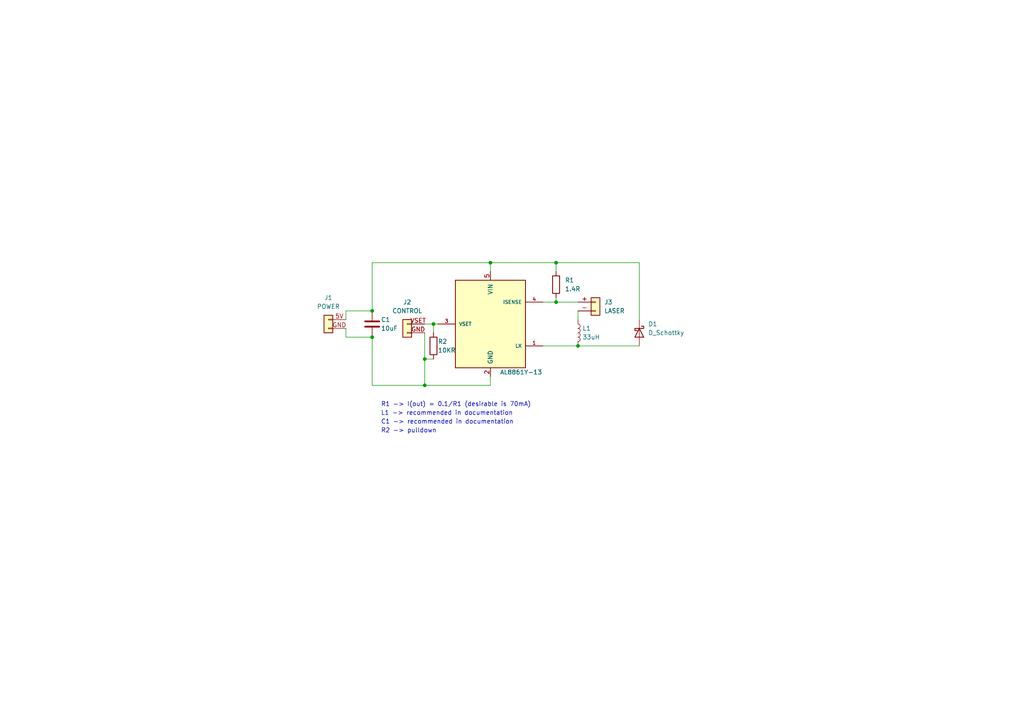
<source format=kicad_sch>
(kicad_sch (version 20211123) (generator eeschema)
  (paper "A4")
  (lib_symbols
    (symbol "AL8861Y-13:AL8861Y-13" (pin_names (offset 1.016))
      (property "Reference" "U0" (at 8.89 17.78 0))
      (property "Value" "AL8861Y-13" (at 8.89 15.24 0))
      (symbol "AL8861Y-13_0_0"
        (rectangle (start -10.16 -12.7) (end 10.16 12.7) (stroke (width 0.254)) (fill (type background)))
        (pin passive line (at 15.24 -6.35 180) (length 5.08) (name "LX") (number "1"))
        (pin input line (at -15.24 0 0) (length 5.08) (name "VSET") (number "3"))
        (pin passive line (at 15.24 6.35 180) (length 5.08) (name "ISENSE") (number "4"))
      )
      (symbol "AL8861Y-13_1_1"
        (pin input line (at 0 -15.24 90) (length 2.54) (name "GND") (number "2"))
        (pin input line (at 0 15.24 270) (length 2.54) (name "VIN") (number "5"))
      )
    )
    (symbol "Conn_01x02_1" (pin_names (offset 1.016) hide)
      (property "Reference" "J1" (at 2.54 0.0001 0))
      (property "Value" "Conn_01x02_1" (at 2.54 -2.5399 0))
      (symbol "Conn_01x02_1_1_1"
        (rectangle (start -1.27 -2.413) (end 0 -2.667) (stroke (width 0.1524)))
        (rectangle (start -1.27 0.127) (end 0 -0.127) (stroke (width 0.1524)))
        (rectangle (start -1.27 1.27) (end 1.27 -3.81) (stroke (width 0.254)) (fill (type background)))
        (pin passive line (at -5.08 0 0) (length 3.81) (name "VCC") (number "5V"))
        (pin passive line (at -5.08 -2.54 0) (length 3.81) (name "GND") (number "GND"))
      )
    )
    (symbol "Conn_01x02_2" (pin_names (offset 1.016) hide)
      (property "Reference" "J?" (at 0 6.35 0))
      (property "Value" "Conn_01x02" (at 0 3.81 0))
      (symbol "Conn_01x02_2_1_1"
        (rectangle (start -1.27 -2.413) (end 0 -2.667) (stroke (width 0.1524)))
        (rectangle (start -1.27 0.127) (end 0 -0.127) (stroke (width 0.1524)))
        (rectangle (start -1.27 1.27) (end 1.27 -3.81) (stroke (width 0.254)) (fill (type background)))
        (pin passive line (at -5.08 -2.54 0) (length 3.81) (name "GND") (number "GND"))
        (pin passive line (at -5.08 0 0) (length 3.81) (name "VSET") (number "VSET"))
      )
    )
    (symbol "Connector_Generic:Conn_01x02" (pin_names (offset 1.016) hide)
      (property "Reference" "J3" (at 2.54 0.0001 0))
      (property "Value" "LASER" (at 2.54 -2.5399 0))
      (symbol "Conn_01x02_1_1"
        (rectangle (start -1.27 -2.413) (end 0 -2.667) (stroke (width 0.1524)))
        (rectangle (start -1.27 0.127) (end 0 -0.127) (stroke (width 0.1524)))
        (rectangle (start -1.27 1.27) (end 1.27 -3.81) (stroke (width 0.254)) (fill (type background)))
        (pin passive line (at -5.08 0 0) (length 3.81) (name "LASER+") (number "+"))
        (pin passive line (at -5.08 -2.54 0) (length 3.81) (name "LASER-") (number "-"))
      )
    )
    (symbol "Device:C" (pin_numbers hide) (pin_names (offset 0.254))
      (property "Reference" "C" (at 0.635 2.54 0))
      (property "Value" "C" (at 0.635 -2.54 0))
      (symbol "C_0_1"
        (polyline (pts (xy -2.032 -0.762) (xy 2.032 -0.762)) (stroke (width 0.508)))
        (polyline (pts (xy -2.032 0.762) (xy 2.032 0.762)) (stroke (width 0.508)))
      )
      (symbol "C_1_1"
        (pin passive line (at 0 3.81 270) (length 2.794) (name "~") (number "1"))
        (pin passive line (at 0 -3.81 90) (length 2.794) (name "~") (number "2"))
      )
    )
    (symbol "Device:D_Schottky" (pin_numbers hide) (pin_names (offset 1.016) hide)
      (property "Reference" "D" (at 0 2.54 0))
      (property "Value" "D_Schottky" (at 0 -2.54 0))
      (symbol "D_Schottky_0_1"
        (polyline (pts (xy 1.27 0) (xy -1.27 0)))
        (polyline (pts (xy 1.27 1.27) (xy 1.27 -1.27) (xy -1.27 0) (xy 1.27 1.27)) (stroke (width 0.254)))
        (polyline (pts (xy -1.905 0.635) (xy -1.905 1.27) (xy -1.27 1.27) (xy -1.27 -1.27) (xy -0.635 -1.27) (xy -0.635 -0.635)) (stroke (width 0.254)))
      )
      (symbol "D_Schottky_1_1"
        (pin passive line (at -3.81 0 0) (length 2.54) (name "K") (number "1"))
        (pin passive line (at 3.81 0 180) (length 2.54) (name "A") (number "2"))
      )
    )
    (symbol "Device:L" (pin_numbers hide) (pin_names (offset 1.016) hide)
      (property "Reference" "L" (at -1.27 0 90))
      (property "Value" "L" (at 1.905 0 90))
      (symbol "L_0_1"
        (arc (start 0 -2.54) (mid 0.635 -1.905) (end 0 -1.27))
        (arc (start 0 -1.27) (mid 0.635 -0.635) (end 0 0))
        (arc (start 0 0) (mid 0.635 0.635) (end 0 1.27))
        (arc (start 0 1.27) (mid 0.635 1.905) (end 0 2.54))
      )
      (symbol "L_1_1"
        (pin passive line (at 0 3.81 270) (length 1.27) (name "1") (number "1"))
        (pin passive line (at 0 -3.81 90) (length 1.27) (name "2") (number "2"))
      )
    )
    (symbol "Device:R" (pin_numbers hide) (pin_names (offset 0))
      (property "Reference" "R" (at 2.032 0 90))
      (property "Value" "R" (at 0 0 90))
      (symbol "R_0_1"
        (rectangle (start -1.016 -2.54) (end 1.016 2.54) (stroke (width 0.254)))
      )
      (symbol "R_1_1"
        (pin passive line (at 0 3.81 270) (length 1.27) (name "~") (number "1"))
        (pin passive line (at 0 -3.81 90) (length 1.27) (name "~") (number "2"))
      )
    )
  )
  (junction (at 107.95 90.17))
  (junction (at 161.29 76.2))
  (junction (at 107.95 97.79))
  (junction (at 142.24 76.2))
  (junction (at 125.73 93.98))
  (junction (at 167.64 100.33))
  (junction (at 123.19 104.14))
  (junction (at 123.19 111.76))
  (junction (at 161.29 87.63))
  (wire (pts (xy 100.33 92.71) (xy 100.33 90.17)))
  (wire (pts (xy 167.64 90.17) (xy 167.64 92.71)))
  (wire (pts (xy 185.42 92.71) (xy 185.42 76.2)))
  (wire (pts (xy 157.48 100.33) (xy 167.64 100.33)))
  (wire (pts (xy 123.19 104.14) (xy 125.73 104.14)))
  (wire (pts (xy 100.33 90.17) (xy 107.95 90.17)))
  (wire (pts (xy 107.95 76.2) (xy 142.24 76.2)))
  (wire (pts (xy 161.29 76.2) (xy 161.29 78.74)))
  (wire (pts (xy 107.95 97.79) (xy 107.95 111.76)))
  (wire (pts (xy 167.64 100.33) (xy 185.42 100.33)))
  (wire (pts (xy 161.29 87.63) (xy 167.64 87.63)))
  (wire (pts (xy 161.29 87.63) (xy 161.29 86.36)))
  (wire (pts (xy 125.73 93.98) (xy 127 93.98)))
  (wire (pts (xy 185.42 76.2) (xy 161.29 76.2)))
  (wire (pts (xy 142.24 111.76) (xy 142.24 109.22)))
  (wire (pts (xy 123.19 111.76) (xy 142.24 111.76)))
  (wire (pts (xy 142.24 76.2) (xy 161.29 76.2)))
  (wire (pts (xy 142.24 76.2) (xy 142.24 78.74)))
  (wire (pts (xy 123.19 96.52) (xy 123.19 104.14)))
  (wire (pts (xy 123.19 104.14) (xy 123.19 111.76)))
  (wire (pts (xy 123.19 93.98) (xy 125.73 93.98)))
  (wire (pts (xy 107.95 90.17) (xy 107.95 76.2)))
  (wire (pts (xy 125.73 93.98) (xy 125.73 96.52)))
  (wire (pts (xy 100.33 95.25) (xy 100.33 97.79)))
  (wire (pts (xy 157.48 87.63) (xy 161.29 87.63)))
  (wire (pts (xy 107.95 111.76) (xy 123.19 111.76)))
  (wire (pts (xy 100.33 97.79) (xy 107.95 97.79)))
  (text "C1 -> recommended in documentation" (at 110.49 123.19 0) (effects (font (size 1.27 1.27)) (justify left bottom)))
  (text "R2 -> pulldown" (at 110.49 125.73 0) (effects (font (size 1.27 1.27)) (justify left bottom)))
  (text "R1 -> I(out) = 0.1/R1 (desirable is 70mA)" (at 110.49 118.11 0) (effects (font (size 1.27 1.27)) (justify left bottom)))
  (text "L1 -> recommended in documentation\n" (at 110.49 120.65 0) (effects (font (size 1.27 1.27)) (justify left bottom)))
  (symbol (lib_id "Connector_Generic:Conn_01x02") (at 172.72 87.63 0) (unit 1)
    (property "Reference" "J3" (at 175.26 87.6299 0) (effects (justify left)))
    (property "Value" "LASER" (at 175.26 90.1699 0) (effects (justify left)))
  )
  (symbol (lib_id "Device:R") (at 161.29 82.55 0) (unit 1)
    (property "Reference" "R1" (at 163.83 81.2799 0) (effects (justify left)))
    (property "Value" "1.4R" (at 163.83 83.8199 0) (effects (justify left)))
  )
  (symbol (lib_id "AL8861Y-13:AL8861Y-13") (at 142.24 93.98 0) (unit 1)
    (property "Reference" "U0" (effects hide))
    (property "Value" "AL8861Y-13" (at 151.13 107.95 0))
    (property "Footprint" "CONV_AL8861Y-13" (effects hide))
    (property "STANDARD" "Manufacturer Recommendations" (effects hide))
    (property "PARTREV" "3-2" (effects hide))
    (property "MANUFACTURER" "DIODES INCORPORATED" (effects hide))
  )
  (symbol (lib_id "Device:R") (at 125.73 100.33 0) (unit 1)
    (property "Reference" "R2" (at 127 99.06 0) (effects (justify left)))
    (property "Value" "10KR" (at 127 101.6 0) (effects (justify left)))
  )
  (symbol (lib_id "Device:L") (at 167.64 96.52 0) (unit 1)
    (property "Reference" "L1" (at 168.91 95.2499 0) (effects (justify left)))
    (property "Value" "33uH" (at 168.91 97.7899 0) (effects (justify left)))
  )
  (symbol (lib_name "Conn_01x02_1") (lib_id "Connector_Generic:Conn_01x02") (at 95.25 92.71 0) (mirror y) (unit 1)
    (property "Reference" "J1" (at 95.25 86.36 0))
    (property "Value" "POWER" (at 95.25 88.9 0))
  )
  (symbol (lib_name "Conn_01x02_2") (lib_id "Connector_Generic:Conn_01x02") (at 118.11 93.98 0) (mirror y) (unit 1)
    (property "Reference" "J2" (at 118.11 87.63 0))
    (property "Value" "CONTROL" (at 118.11 90.17 0))
  )
  (symbol (lib_id "Device:C") (at 107.95 93.98 0) (unit 1)
    (property "Reference" "C1" (at 110.49 92.71 0) (effects (justify left)))
    (property "Value" "10uF" (at 110.49 95.25 0) (effects (justify left)))
  )
  (symbol (lib_id "Device:D_Schottky") (at 185.42 96.52 270) (unit 1)
    (property "Reference" "D1" (at 187.96 93.98 90) (effects (justify left)))
    (property "Value" "D_Schottky" (at 187.96 96.52 90) (effects (justify left)))
  )
)
</source>
